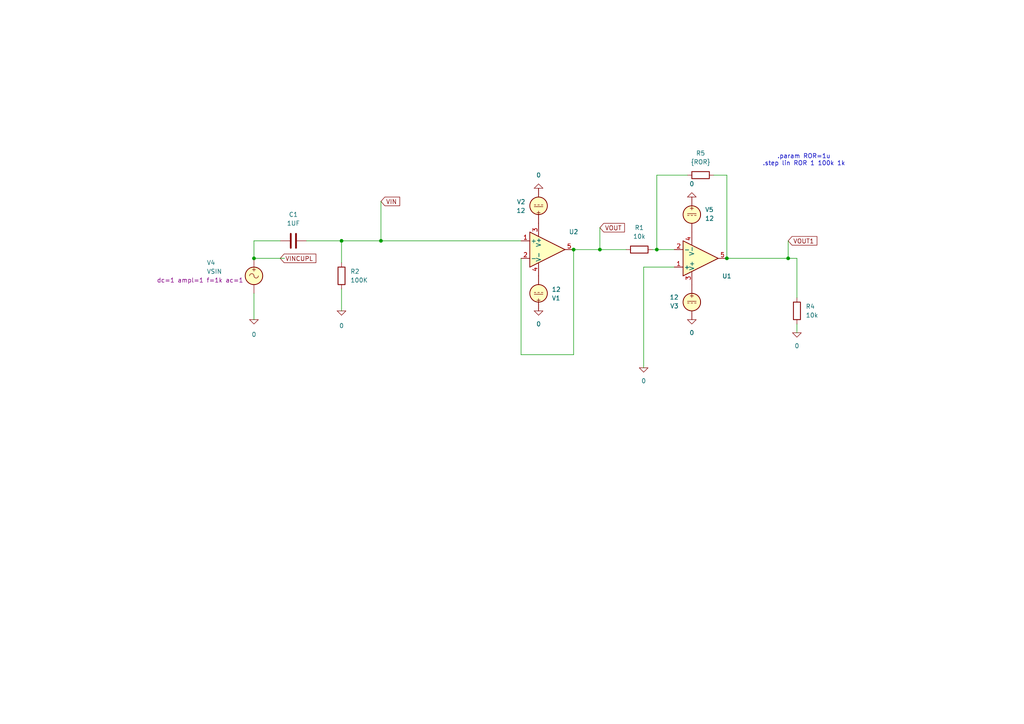
<source format=kicad_sch>
(kicad_sch (version 20250114) (generator "eeschema") (generator_version "9.0")
  (paper "A4")
  (lib_symbols
    (symbol "Device:C" (pin_numbers (hide yes)) (pin_names (offset 0.254))
      (property "Reference" "C" (at 0.635 2.54 0))
      (property "Value" "C" (at 0.635 -2.54 0))
      (symbol "C_0_1"
        (polyline (pts (xy -2.032 0.762) (xy 2.032 0.762)) (stroke (width 0.508)))
        (polyline (pts (xy -2.032 -0.762) (xy 2.032 -0.762)) (stroke (width 0.508)))
      )
      (symbol "C_1_1"
        (pin passive line (at 0 3.81 270) (length 2.794) (name "~") (number "1"))
        (pin passive line (at 0 -3.81 90) (length 2.794) (name "~") (number "2"))
      )
    )
    (symbol "Device:R" (pin_numbers (hide yes)) (pin_names (offset 0))
      (property "Reference" "R" (at 2.032 0 90))
      (property "Value" "R" (at 0 0 90))
      (symbol "R_0_1"
        (rectangle (start -1.016 -2.54) (end 1.016 2.54) (stroke (width 0.254)))
      )
      (symbol "R_1_1"
        (pin passive line (at 0 3.81 270) (length 1.27) (name "~") (number "1"))
        (pin passive line (at 0 -3.81 90) (length 1.27) (name "~") (number "2"))
      )
    )
    (symbol "Simulation_SPICE:0" (power) (pin_numbers (hide yes)) (pin_names (offset 0) (hide yes))
      (property "Value" "0" (at 0 -2.54 0))
      (symbol "0_0_1"
        (polyline (pts (xy -1.27 0) (xy 0 -1.27) (xy 1.27 0) (xy -1.27 0)))
      )
      (symbol "0_1_1"
        (pin power_in line (at 0 0 0) (length 0) (name "~") (number "1"))
      )
    )
    (symbol "Simulation_SPICE:OPAMP" (pin_names (offset 0.254))
      (property "Reference" "U" (at 3.81 3.175 0))
      (property "Value" "${SIM.PARAMS}" (at 3.81 -3.175 0))
      (symbol "OPAMP_0_1"
        (polyline (pts (xy 5.08 0) (xy -5.08 5.08) (xy -5.08 -5.08) (xy 5.08 0)) (stroke (width 0.254)) (fill (type background)))
      )
      (symbol "OPAMP_1_1"
        (pin input line (at -7.62 2.54 0) (length 2.54) (name "+") (number "1"))
        (pin input line (at -7.62 -2.54 0) (length 2.54) (name "-") (number "2"))
        (pin power_in line (at -2.54 7.62 270) (length 3.81) (name "V+") (number "3"))
        (pin power_in line (at -2.54 -7.62 90) (length 3.81) (name "V-") (number "4"))
        (pin output line (at 7.62 0 180) (length 2.54) (name "~") (number "5"))
      )
    )
    (symbol "Simulation_SPICE:VDC" (pin_numbers (hide yes)) (pin_names (offset 0.0254))
      (property "Reference" "V" (at 2.54 2.54 0))
      (property "Value" "1" (at 2.54 0 0))
      (symbol "VDC_0_0"
        (polyline (pts (xy -1.27 0.254) (xy 1.27 0.254)))
        (polyline (pts (xy -0.762 -0.254) (xy -1.27 -0.254)))
        (polyline (pts (xy 0.254 -0.254) (xy -0.254 -0.254)))
        (polyline (pts (xy 1.27 -0.254) (xy 0.762 -0.254)))
        (text "+" (at 0 1.905 0) (effects (font (size 1.27 1.27))))
      )
      (symbol "VDC_0_1"
        (circle (center 0 0) (radius 2.54) (stroke (width 0.254)) (fill (type background)))
      )
      (symbol "VDC_1_1"
        (pin passive line (at 0 5.08 270) (length 2.54) (name "~") (number "1"))
        (pin passive line (at 0 -5.08 90) (length 2.54) (name "~") (number "2"))
      )
    )
    (symbol "Simulation_SPICE:VSIN" (pin_numbers (hide yes)) (pin_names (offset 0.0254))
      (property "Reference" "V" (at 2.54 2.54 0))
      (property "Value" "VSIN" (at 2.54 0 0))
      (property "Sim.Params" "dc=0 ampl=1 f=1k ac=1" (at 2.54 -2.54 0))
      (symbol "VSIN_0_0"
        (arc (start -1.27 0) (mid -0.635 0.6323) (end 0 0))
        (arc (start 1.27 0) (mid 0.635 -0.6323) (end 0 0))
        (text "+" (at 0 1.905 0) (effects (font (size 1.27 1.27))))
      )
      (symbol "VSIN_0_1"
        (circle (center 0 0) (radius 2.54) (stroke (width 0.254)) (fill (type background)))
      )
      (symbol "VSIN_1_1"
        (pin passive line (at 0 5.08 270) (length 2.54) (name "~") (number "1"))
        (pin passive line (at 0 -5.08 90) (length 2.54) (name "~") (number "2"))
      )
    )
  )
  (text ".param ROR=1u\n.step lin ROR 1 100k 1k" (at 233.172 46.482 0) (effects (font (size 1.27 1.27))))
  (junction (at 110.49 69.85))
  (junction (at 166.37 72.39))
  (junction (at 99.06 69.85))
  (junction (at 210.82 74.93))
  (junction (at 73.66 74.93))
  (junction (at 228.6 74.93))
  (junction (at 190.5 72.39))
  (junction (at 173.99 72.39))
  (bus_entry (at -135.89 104.14) (size 2.54 2.54))
  (wire (pts (xy 166.37 72.39) (xy 173.99 72.39)))
  (wire (pts (xy 151.13 102.87) (xy 166.37 102.87)))
  (wire (pts (xy 190.5 50.8) (xy 199.39 50.8)))
  (wire (pts (xy 210.82 50.8) (xy 210.82 74.93)))
  (wire (pts (xy 173.99 66.04) (xy 173.99 72.39)))
  (wire (pts (xy 231.14 74.93) (xy 231.14 86.36)))
  (wire (pts (xy 189.23 72.39) (xy 190.5 72.39)))
  (wire (pts (xy 88.9 69.85) (xy 99.06 69.85)))
  (wire (pts (xy 99.06 69.85) (xy 99.06 76.2)))
  (wire (pts (xy 190.5 72.39) (xy 190.5 50.8)))
  (wire (pts (xy 110.49 69.85) (xy 151.13 69.85)))
  (wire (pts (xy 166.37 102.87) (xy 166.37 72.39)))
  (wire (pts (xy 210.82 74.93) (xy 228.6 74.93)))
  (wire (pts (xy 228.6 69.85) (xy 228.6 74.93)))
  (wire (pts (xy 186.69 77.47) (xy 195.58 77.47)))
  (wire (pts (xy 99.06 69.85) (xy 110.49 69.85)))
  (wire (pts (xy 151.13 74.93) (xy 151.13 102.87)))
  (wire (pts (xy 73.66 74.93) (xy 73.66 69.85)))
  (wire (pts (xy 73.66 69.85) (xy 81.28 69.85)))
  (wire (pts (xy 110.49 58.42) (xy 110.49 69.85)))
  (wire (pts (xy 207.01 50.8) (xy 210.82 50.8)))
  (wire (pts (xy 190.5 72.39) (xy 195.58 72.39)))
  (wire (pts (xy 228.6 74.93) (xy 231.14 74.93)))
  (wire (pts (xy 73.66 74.93) (xy 82.55 74.93)))
  (wire (pts (xy 73.66 85.09) (xy 73.66 92.71)))
  (wire (pts (xy 186.69 77.47) (xy 186.69 106.68)))
  (wire (pts (xy 99.06 83.82) (xy 99.06 90.17)))
  (wire (pts (xy 173.99 72.39) (xy 181.61 72.39)))
  (wire (pts (xy 231.14 93.98) (xy 231.14 96.52)))
  (global_label "VOUT1" (shape input) (at 228.6 69.85 0) (property "Intersheetrefs" "${INTERSHEET_REFS}" (effects (hide yes))))
  (global_label "VINCUPL" (shape input) (at 81.28 74.93 0) (property "Intersheetrefs" "${INTERSHEET_REFS}" (effects (hide yes))))
  (global_label "VOUT" (shape input) (at 173.99 66.04 0) (property "Intersheetrefs" "${INTERSHEET_REFS}" (effects (hide yes))))
  (global_label "VIN" (shape input) (at 110.49 58.42 0) (property "Intersheetrefs" "${INTERSHEET_REFS}" (effects (hide yes))))
  (symbol (lib_id "Device:R") (at 203.2 50.8 90) (unit 1)
    (property "Reference" "R5" (at 203.2 44.45 90))
    (property "Value" "{ROR}" (at 203.2 46.99 90))
    (property "Description" "Resistor" (effects (hide yes)))
  )
  (symbol (lib_id "Simulation_SPICE:0") (at 99.06 90.17 0) (unit 1)
    (property "Reference" "#GND03" (effects (hide yes)))
    (property "Value" "0" (at 99.06 94.488 0))
    (property "Datasheet" "https://ngspice.sourceforge.io/docs/ngspice-html-manual/manual.xhtml#subsec_Circuit_elements__device" (effects (hide yes)))
    (property "Description" "0V reference potential for simulation" (effects (hide yes)))
  )
  (symbol (lib_id "Simulation_SPICE:VSIN") (at 73.66 80.01 0) (unit 1)
    (property "Reference" "V4" (at 59.944 76.2 0) (effects (justify left)))
    (property "Value" "VSIN" (at 59.944 78.74 0) (effects (justify left)))
    (property "Datasheet" "https://ngspice.sourceforge.io/docs/ngspice-html-manual/manual.xhtml#sec_Independent_Sources_for" (effects (hide yes)))
    (property "Description" "Voltage source, sinusoidal" (effects (hide yes)))
    (property "Sim.Pins" "1=+ 2=-" (effects (hide yes)))
    (property "Sim.Params" "dc=1 ampl=1 f=1k ac=1" (at 45.466 81.28 0) (effects (justify left)))
    (property "Sim.Type" "SIN" (effects (hide yes)))
    (property "Sim.Device" "V" (effects (hide yes)))
  )
  (symbol (lib_id "Simulation_SPICE:0") (at 186.69 106.68 0) (unit 1)
    (property "Reference" "#GND06" (effects (hide yes)))
    (property "Value" "0" (at 186.69 110.49 0))
    (property "Datasheet" "https://ngspice.sourceforge.io/docs/ngspice-html-manual/manual.xhtml#subsec_Circuit_elements__device" (effects (hide yes)))
    (property "Description" "0V reference potential for simulation" (effects (hide yes)))
  )
  (symbol (lib_id "Simulation_SPICE:0") (at 156.21 54.61 0) (mirror x) (unit 1)
    (property "Reference" "#GND02" (effects (hide yes)))
    (property "Value" "0" (at 156.21 50.8 0))
    (property "Datasheet" "https://ngspice.sourceforge.io/docs/ngspice-html-manual/manual.xhtml#subsec_Circuit_elements__device" (effects (hide yes)))
    (property "Description" "0V reference potential for simulation" (effects (hide yes)))
  )
  (symbol (lib_id "Device:R") (at 231.14 90.17 180) (unit 1)
    (property "Reference" "R4" (at 233.68 88.8999 0) (effects (justify right)))
    (property "Value" "10k" (at 233.68 91.4399 0) (effects (justify right)))
    (property "Description" "Resistor" (effects (hide yes)))
  )
  (symbol (lib_id "Simulation_SPICE:0") (at 156.21 90.17 0) (unit 1)
    (property "Reference" "#GND01" (effects (hide yes)))
    (property "Value" "0" (at 156.21 93.98 0))
    (property "Datasheet" "https://ngspice.sourceforge.io/docs/ngspice-html-manual/manual.xhtml#subsec_Circuit_elements__device" (effects (hide yes)))
    (property "Description" "0V reference potential for simulation" (effects (hide yes)))
  )
  (symbol (lib_id "Simulation_SPICE:VDC") (at 200.66 62.23 0) (unit 1)
    (property "Reference" "V5" (at 204.47 60.8301 0) (effects (justify left)))
    (property "Value" "12" (at 204.47 63.3701 0) (effects (justify left)))
    (property "Datasheet" "https://ngspice.sourceforge.io/docs/ngspice-html-manual/manual.xhtml#sec_Independent_Sources_for" (effects (hide yes)))
    (property "Description" "Voltage source, DC" (effects (hide yes)))
    (property "Sim.Pins" "1=+ 2=-" (effects (hide yes)))
    (property "Sim.Type" "DC" (effects (hide yes)))
    (property "Sim.Device" "V" (effects (hide yes)))
  )
  (symbol (lib_id "Simulation_SPICE:VDC") (at 156.21 85.09 0) (mirror x) (unit 1)
    (property "Reference" "V1" (at 160.02 86.4899 0) (effects (justify left)))
    (property "Value" "12" (at 160.02 83.9499 0) (effects (justify left)))
    (property "Datasheet" "https://ngspice.sourceforge.io/docs/ngspice-html-manual/manual.xhtml#sec_Independent_Sources_for" (effects (hide yes)))
    (property "Description" "Voltage source, DC" (effects (hide yes)))
    (property "Sim.Pins" "1=+ 2=-" (effects (hide yes)))
    (property "Sim.Type" "DC" (effects (hide yes)))
    (property "Sim.Device" "V" (effects (hide yes)))
  )
  (symbol (lib_id "Simulation_SPICE:VDC") (at 156.21 59.69 0) (mirror x) (unit 1)
    (property "Reference" "V2" (at 152.4 58.5497 0) (effects (justify right)))
    (property "Value" "12" (at 152.4 61.0897 0) (effects (justify right)))
    (property "Datasheet" "https://ngspice.sourceforge.io/docs/ngspice-html-manual/manual.xhtml#sec_Independent_Sources_for" (effects (hide yes)))
    (property "Description" "Voltage source, DC" (effects (hide yes)))
    (property "Sim.Pins" "1=+ 2=-" (effects (hide yes)))
    (property "Sim.Type" "DC" (effects (hide yes)))
    (property "Sim.Device" "V" (effects (hide yes)))
  )
  (symbol (lib_id "Simulation_SPICE:0") (at 200.66 92.71 0) (unit 1)
    (property "Reference" "#GND04" (effects (hide yes)))
    (property "Value" "0" (at 200.66 96.52 0))
    (property "Datasheet" "https://ngspice.sourceforge.io/docs/ngspice-html-manual/manual.xhtml#subsec_Circuit_elements__device" (effects (hide yes)))
    (property "Description" "0V reference potential for simulation" (effects (hide yes)))
  )
  (symbol (lib_id "Simulation_SPICE:OPAMP") (at 158.75 72.39 0) (unit 1)
    (property "Reference" "U2" (at 166.37 67.2398 0))
    (property "Value" "${SIM.PARAMS}" (at 166.37 69.1449 0))
    (property "Datasheet" "https://ngspice.sourceforge.io/docs/ngspice-html-manual/manual.xhtml#sec__SUBCKT_Subcircuits" (effects (hide yes)))
    (property "Description" "Operational amplifier, single" (effects (hide yes)))
    (property "Sim.Pins" "1=1 2=2 3=3 4=4 5=5" (effects (hide yes)))
    (property "Sim.Device" "SUBCKT" (effects (hide yes)))
    (property "Sim.Library" "C:\\Users\\Jasiek\\Downloads\\sloj067\\TL072.301" (effects (hide yes)))
    (property "Sim.Name" "TL072" (effects (hide yes)))
  )
  (symbol (lib_id "Simulation_SPICE:VDC") (at 200.66 87.63 0) (unit 1)
    (property "Reference" "V3" (at 196.85 88.7703 0) (effects (justify right)))
    (property "Value" "12" (at 196.85 86.2303 0) (effects (justify right)))
    (property "Datasheet" "https://ngspice.sourceforge.io/docs/ngspice-html-manual/manual.xhtml#sec_Independent_Sources_for" (effects (hide yes)))
    (property "Description" "Voltage source, DC" (effects (hide yes)))
    (property "Sim.Pins" "1=+ 2=-" (effects (hide yes)))
    (property "Sim.Type" "DC" (effects (hide yes)))
    (property "Sim.Device" "V" (effects (hide yes)))
  )
  (symbol (lib_id "Simulation_SPICE:0") (at 73.66 92.71 0) (unit 1)
    (property "Reference" "#GND05" (effects (hide yes)))
    (property "Value" "0" (at 73.66 97.028 0))
    (property "Datasheet" "https://ngspice.sourceforge.io/docs/ngspice-html-manual/manual.xhtml#subsec_Circuit_elements__device" (effects (hide yes)))
    (property "Description" "0V reference potential for simulation" (effects (hide yes)))
  )
  (symbol (lib_id "Simulation_SPICE:0") (at 200.66 57.15 0) (mirror x) (unit 1)
    (property "Reference" "#GND07" (effects (hide yes)))
    (property "Value" "0" (at 200.66 53.34 0))
    (property "Datasheet" "https://ngspice.sourceforge.io/docs/ngspice-html-manual/manual.xhtml#subsec_Circuit_elements__device" (effects (hide yes)))
    (property "Description" "0V reference potential for simulation" (effects (hide yes)))
  )
  (symbol (lib_id "Device:R") (at 185.42 72.39 90) (unit 1)
    (property "Reference" "R1" (at 185.42 66.04 90))
    (property "Value" "10k" (at 185.42 68.58 90))
    (property "Description" "Resistor" (effects (hide yes)))
  )
  (symbol (lib_id "Simulation_SPICE:OPAMP") (at 203.2 74.93 0) (mirror x) (unit 1)
    (property "Reference" "U1" (at 210.82 80.0802 0))
    (property "Value" "${SIM.PARAMS}" (at 210.82 78.1751 0))
    (property "Datasheet" "https://ngspice.sourceforge.io/docs/ngspice-html-manual/manual.xhtml#sec__SUBCKT_Subcircuits" (effects (hide yes)))
    (property "Description" "Operational amplifier, single" (effects (hide yes)))
    (property "Sim.Pins" "1=1 2=2 3=3 4=4 5=5" (effects (hide yes)))
    (property "Sim.Device" "SUBCKT" (effects (hide yes)))
    (property "Sim.Library" "C:\\Users\\Jasiek\\Downloads\\sloj067\\TL072.301" (effects (hide yes)))
    (property "Sim.Name" "TL072" (effects (hide yes)))
  )
  (symbol (lib_id "Device:R") (at 99.06 80.01 0) (unit 1)
    (property "Reference" "R2" (at 101.6 78.7399 0) (effects (justify left)))
    (property "Value" "100K" (at 101.6 81.2799 0) (effects (justify left)))
    (property "Description" "Resistor" (effects (hide yes)))
  )
  (symbol (lib_id "Device:C") (at 85.09 69.85 90) (unit 1)
    (property "Reference" "C1" (at 85.09 62.23 90))
    (property "Value" "1UF" (at 85.09 64.77 90))
    (property "Description" "Unpolarized capacitor" (effects (hide yes)))
  )
  (symbol (lib_id "Simulation_SPICE:0") (at 231.14 96.52 0) (unit 1)
    (property "Reference" "#GND08" (effects (hide yes)))
    (property "Value" "0" (at 231.14 100.33 0))
    (property "Datasheet" "https://ngspice.sourceforge.io/docs/ngspice-html-manual/manual.xhtml#subsec_Circuit_elements__device" (effects (hide yes)))
    (property "Description" "0V reference potential for simulation" (effects (hide yes)))
  )
)
</source>
